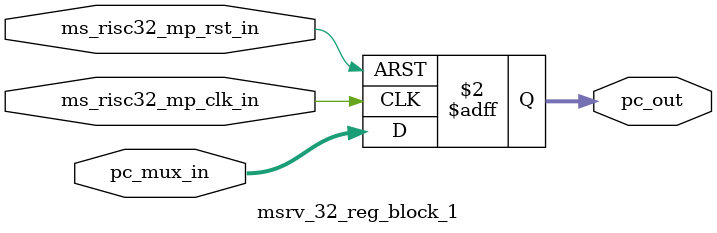
<source format=v>
module msrv_32_reg_block_1( 
input wire  ms_risc32_mp_clk_in,
input wire  ms_risc32_mp_rst_in,
input wire [31:0] pc_mux_in,
output reg [31:0] pc_out);
 



//msrv_32_pc_mux M1(.rst_in(ms_risc32_mp_rst_in),.pc_in(pc_out),.pc_mux_out(pc_mux_in));

  always @(posedge ms_risc32_mp_clk_in or posedge ms_risc32_mp_rst_in) begin
  
    if (ms_risc32_mp_rst_in) begin
      pc_out <= 32'h00000000;  // Reset pc_out to 32'h00000000 when reset is asserted
    end else begin
      pc_out <= pc_mux_in;     
    end
  end


endmodule

</source>
